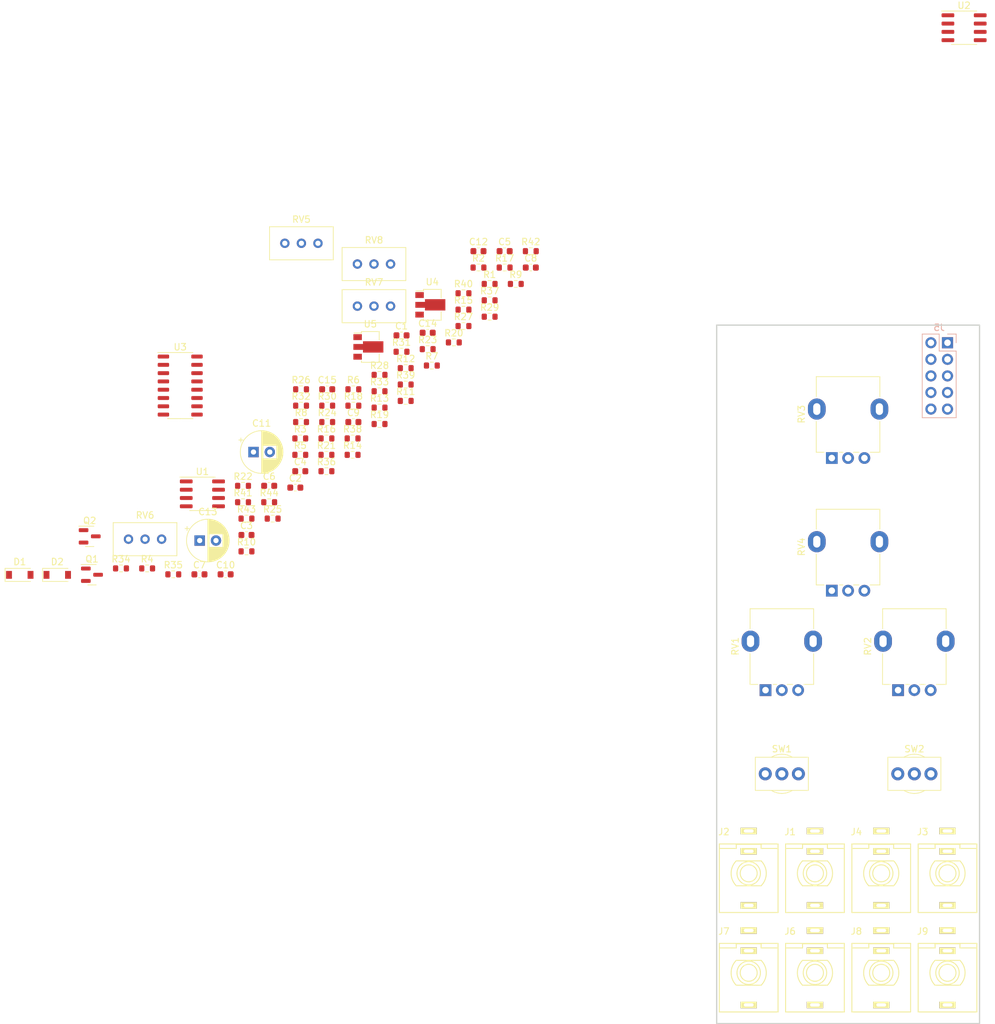
<source format=kicad_pcb>
(kicad_pcb (version 20211014) (generator pcbnew)
  (layers (0 "F.Cu" signal) (31 "B.Cu" signal) (34 "B.Paste" user) (35 "F.Paste" user) (36 "B.SilkS" user "B.Silkscreen") (37 "F.SilkS" user "F.Silkscreen") (38 "B.Mask" user) (39 "F.Mask" user) (44 "Edge.Cuts" user))
  (net 0 "")
  (net 1 "Net-(C1-Pad1)")
  (net 2 "Net-(C1-Pad2)")
  (net 3 "Net-(C2-Pad1)")
  (net 4 "Net-(C2-Pad2)")
  (net 5 "Net-(C3-Pad1)")
  (net 6 "GND")
  (net 7 "Net-(C4-Pad1)")
  (net 8 "Net-(C5-Pad1)")
  (net 9 "+12VA")
  (net 10 "-5VA")
  (net 11 "-12VA")
  (net 12 "+5VA")
  (net 13 "Net-(C14-Pad1)")
  (net 14 "Net-(C14-Pad2)")
  (net 15 "Net-(C15-Pad1)")
  (net 16 "Net-(C15-Pad2)")
  (net 17 "Net-(D1-Pad1)")
  (net 18 "H_SYNC")
  (net 20 "Net-(J1-Pad3)")
  (net 22 "Net-(J2-Pad3)")
  (net 23 "Net-(J3-Pad3)")
  (net 26 "Net-(J6-Pad3)")
  (net 28 "Net-(J7-Pad3)")
  (net 30 "Net-(J8-Pad3)")
  (net 32 "Net-(J9-Pad3)")
  (net 33 "Net-(R1-Pad1)")
  (net 34 "Net-(R2-Pad1)")
  (net 35 "PWM_IN")
  (net 36 "Net-(R7-Pad1)")
  (net 37 "Net-(R8-Pad1)")
  (net 38 "Net-(R10-Pad2)")
  (net 39 "Net-(R10-Pad1)")
  (net 40 "Net-(R12-Pad1)")
  (net 41 "Net-(R13-Pad1)")
  (net 42 "Net-(R15-Pad1)")
  (net 43 "Net-(R15-Pad2)")
  (net 44 "Net-(R16-Pad2)")
  (net 45 "Net-(R18-Pad1)")
  (net 46 "PULSE_OUT")
  (net 47 "Net-(R20-Pad2)")
  (net 48 "Net-(R22-Pad2)")
  (net 49 "Net-(R26-Pad2)")
  (net 50 "SAW_OUT")
  (net 51 "Net-(R27-Pad2)")
  (net 52 "Net-(R28-Pad2)")
  (net 53 "Net-(R40-Pad2)")
  (net 54 "Net-(RV1-Pad2)")
  (net 55 "Net-(RV5-Pad1)")
  (net 56 "S_SYNC")
  (net 57 "TRI_OUT")
  (net 58 "Net-(Q1-Pad1)")
  (net 59 "Net-(Q1-Pad2)")
  (net 60 "Net-(Q1-Pad3)")
  (net 61 "Net-(Q2-Pad1)")
  (net 62 "Net-(Q2-Pad2)")
  (net 63 "Net-(Q2-Pad3)")
  (footprint "Resistor_SMD:R_0603_1608Metric" (layer "F.Cu") (at -71.84 -38.35)
    (fp_text reference "R19" (at 0 -1.43) (layer "F.SilkS"))
    (fp_text value "10M")
    (pad "1" smd roundrect (at -0.825 0) (size 0.8 0.95) (layers "F.Cu" "F.Paste" "F.Mask") (net 46 "PULSE_OUT"))
    (pad "2" smd roundrect (at 0.825 0) (size 0.8 0.95) (layers "F.Cu" "F.Paste" "F.Mask") (net 35 "PWM_IN"))
  )
  (footprint "Resistor_SMD:R_0603_1608Metric" (layer "F.Cu") (at -103.46 -15.32)
    (fp_text reference "R35" (at 0 -1.43) (layer "F.SilkS"))
    (fp_text value "91k")
    (pad "1" smd roundrect (at -0.825 0) (size 0.8 0.95) (layers "F.Cu" "F.Paste" "F.Mask") (net 15 "Net-(C15-Pad1)"))
    (pad "2" smd roundrect (at 0.825 0) (size 0.8 0.95) (layers "F.Cu" "F.Paste" "F.Mask") (net 6 "GND"))
  )
  (footprint "Package_SO:SO-16_3.9x9.9mm_P1.27mm" (layer "F.Cu") (at -102.4 -44.24)
    (fp_text reference "U3" (at 0 -5.9) (layer "F.SilkS"))
    (fp_text value "AS3340")
    (pad "1" smd roundrect (at -2.575 -4.445) (size 1.75 0.6) (layers "F.Cu" "F.Paste" "F.Mask") (net 43 "Net-(R15-Pad2)"))
    (pad "2" smd roundrect (at -2.575 -3.175) (size 1.75 0.6) (layers "F.Cu" "F.Paste" "F.Mask") (net 44 "Net-(R16-Pad2)"))
    (pad "3" smd roundrect (at -2.575 -1.905) (size 1.75 0.6) (layers "F.Cu" "F.Paste" "F.Mask") (net 10 "-5VA"))
    (pad "4" smd roundrect (at -2.575 -0.635) (size 1.75 0.6) (layers "F.Cu" "F.Paste" "F.Mask") (net 46 "PULSE_OUT"))
    (pad "5" smd roundrect (at -2.575 0.635) (size 1.75 0.6) (layers "F.Cu" "F.Paste" "F.Mask") (net 35 "PWM_IN"))
    (pad "6" smd roundrect (at -2.575 1.905) (size 1.75 0.6) (layers "F.Cu" "F.Paste" "F.Mask") (net 18 "H_SYNC"))
    (pad "7" smd roundrect (at -2.575 3.175) (size 1.75 0.6) (layers "F.Cu" "F.Paste" "F.Mask") (net 55 "Net-(RV5-Pad1)"))
    (pad "8" smd roundrect (at -2.575 4.445) (size 1.75 0.6) (layers "F.Cu" "F.Paste" "F.Mask") (net 50 "SAW_OUT"))
    (pad "9" smd roundrect (at 2.575 4.445) (size 1.75 0.6) (layers "F.Cu" "F.Paste" "F.Mask") (net 56 "S_SYNC"))
    (pad "10" smd roundrect (at 2.575 3.175) (size 1.75 0.6) (layers "F.Cu" "F.Paste" "F.Mask") (net 57 "TRI_OUT"))
    (pad "11" smd roundrect (at 2.575 1.905) (size 1.75 0.6) (layers "F.Cu" "F.Paste" "F.Mask") (net 7 "Net-(C4-Pad1)"))
    (pad "12" smd roundrect (at 2.575 0.635) (size 1.75 0.6) (layers "F.Cu" "F.Paste" "F.Mask") (net 6 "GND"))
    (pad "13" smd roundrect (at 2.575 -0.635) (size 1.75 0.6) (layers "F.Cu" "F.Paste" "F.Mask") (net 33 "Net-(R1-Pad1)"))
    (pad "14" smd roundrect (at 2.575 -1.905) (size 1.75 0.6) (layers "F.Cu" "F.Paste" "F.Mask") (net 45 "Net-(R18-Pad1)"))
    (pad "15" smd roundrect (at 2.575 -3.175) (size 1.75 0.6) (layers "F.Cu" "F.Paste" "F.Mask") (net 38 "Net-(R10-Pad2)"))
    (pad "16" smd roundrect (at 2.575 -4.445) (size 1.75 0.6) (layers "F.Cu" "F.Paste" "F.Mask") (net 9 "+12VA"))
  )
  (footprint "Resistor_SMD:R_0603_1608Metric" (layer "F.Cu") (at -67.83 -41.89)
    (fp_text reference "R11" (at 0 -1.43) (layer "F.SilkS"))
    (fp_text value "100k")
    (pad "1" smd roundrect (at -0.825 0) (size 0.8 0.95) (layers "F.Cu" "F.Paste" "F.Mask") (net 22 "Net-(J2-Pad3)"))
    (pad "2" smd roundrect (at 0.825 0) (size 0.8 0.95) (layers "F.Cu" "F.Paste" "F.Mask") (net 38 "Net-(R10-Pad2)"))
  )
  (footprint "Capacitor_SMD:C_0603_1608Metric" (layer "F.Cu") (at -88.76 -28.88)
    (fp_text reference "C6" (at 0 -1.43) (layer "F.SilkS"))
    (fp_text value "100n")
    (pad "1" smd roundrect (at -0.775 0) (size 0.9 0.95) (layers "F.Cu" "F.Paste" "F.Mask") (net 9 "+12VA"))
    (pad "2" smd roundrect (at 0.775 0) (size 0.9 0.95) (layers "F.Cu" "F.Paste" "F.Mask") (net 6 "GND"))
  )
  (footprint "Resistor_SMD:R_0603_1608Metric" (layer "F.Cu") (at -79.98 -36.14)
    (fp_text reference "R16" (at 0 -1.43) (layer "F.SilkS"))
    (fp_text value "5.6k")
    (pad "1" smd roundrect (at -0.825 0) (size 0.8 0.95) (layers "F.Cu" "F.Paste" "F.Mask") (net 10 "-5VA"))
    (pad "2" smd roundrect (at 0.825 0) (size 0.8 0.95) (layers "F.Cu" "F.Paste" "F.Mask") (net 44 "Net-(R16-Pad2)"))
  )
  (footprint "Resistor_SMD:R_0603_1608Metric" (layer "F.Cu") (at -75.97 -36.14)
    (fp_text reference "R38" (at 0 -1.43) (layer "F.SilkS"))
    (fp_text value "100k")
    (pad "1" smd roundrect (at -0.825 0) (size 0.8 0.95) (layers "F.Cu" "F.Paste" "F.Mask") (net 14 "Net-(C14-Pad2)"))
    (pad "2" smd roundrect (at 0.825 0) (size 0.8 0.95) (layers "F.Cu" "F.Paste" "F.Mask") (net 13 "Net-(C14-Pad1)"))
  )
  (footprint "Resistor_SMD:R_0603_1608Metric" (layer "F.Cu") (at -60.45 -50.85)
    (fp_text reference "R20" (at 0 -1.43) (layer "F.SilkS"))
    (fp_text value "240k")
    (pad "1" smd roundrect (at -0.825 0) (size 0.8 0.95) (layers "F.Cu" "F.Paste" "F.Mask") (net 9 "+12VA"))
    (pad "2" smd roundrect (at 0.825 0) (size 0.8 0.95) (layers "F.Cu" "F.Paste" "F.Mask") (net 47 "Net-(R20-Pad2)"))
  )
  (footprint "William:thonkiconn" (layer "F.Cu") (at 5.08 45.72 180)
    (fp_text reference "J8" (at 3.81 6.35) (layer "F.SilkS"))
    (fp_text value "SAW_OUT" hide)
    (pad "1" thru_hole rect (at 0 6.48 180) (size 2.5 1) (drill oval 1.5 0.5) (layers *.Cu *.Mask "F.SilkS") (net 6 "GND"))
    (pad "2" thru_hole rect (at 0 3.38 180) (size 2.5 1) (drill oval 1.5 0.5) (layers *.Cu *.Mask "F.SilkS"))
    (pad "3" thru_hole rect (at 0 -4.92 180) (size 2.5 1) (drill oval 1.5 0.5) (layers *.Cu *.Mask "F.SilkS") (net 30 "Net-(J8-Pad3)"))
  )
  (footprint "Resistor_SMD:R_0603_1608Metric" (layer "F.Cu") (at -75.85 -43.67)
    (fp_text reference "R6" (at 0 -1.43) (layer "F.SilkS"))
    (fp_text value "200k")
    (pad "1" smd roundrect (at -0.825 0) (size 0.8 0.95) (layers "F.Cu" "F.Paste" "F.Mask") (net 35 "PWM_IN"))
    (pad "2" smd roundrect (at 0.825 0) (size 0.8 0.95) (layers "F.Cu" "F.Paste" "F.Mask") (net 6 "GND"))
  )
  (footprint "Package_TO_SOT_SMD:SOT-23" (layer "F.Cu") (at -116.28 -21.14)
    (fp_text reference "Q2" (at 0 -2.4) (layer "F.SilkS"))
    (fp_text value "MMBT3904")
    (pad "1" smd roundrect (at -0.9375 -0.95) (size 1.475 0.6) (layers "F.Cu" "F.Paste" "F.Mask") (net 61 "Net-(Q2-Pad1)"))
    (pad "2" smd roundrect (at -0.9375 0.95) (size 1.475 0.6) (layers "F.Cu" "F.Paste" "F.Mask") (net 62 "Net-(Q2-Pad2)"))
    (pad "3" smd roundrect (at 0.9375 0) (size 1.475 0.6) (layers "F.Cu" "F.Paste" "F.Mask") (net 63 "Net-(Q2-Pad3)"))
  )
  (footprint "Resistor_SMD:R_0603_1608Metric" (layer "F.Cu") (at -79.98 -31.12)
    (fp_text reference "R36" (at 0 -1.43) (layer "F.SilkS"))
    (fp_text value "470")
    (pad "1" smd roundrect (at -0.825 0) (size 0.8 0.95) (layers "F.Cu" "F.Paste" "F.Mask") (net 6 "GND"))
    (pad "2" smd roundrect (at 0.825 0) (size 0.8 0.95) (layers "F.Cu" "F.Paste" "F.Mask") (net 61 "Net-(Q2-Pad1)"))
  )
  (footprint "Package_TO_SOT_SMD:SOT-89-3" (layer "F.Cu") (at -64.05 -56.61)
    (fp_text reference "U4" (at 0.3 -3.5) (layer "F.SilkS"))
    (fp_text value "L78L05_SOT89")
    (pad "1" smd rect (at -1.65 -1.5) (size 1.3 0.9) (layers "F.Cu" "F.Paste" "F.Mask") (net 12 "+5VA"))
    (pad "2" smd custom (at -1.5625 0) (size 1.475 0.9) (layers "F.Cu" "F.Paste" "F.Mask") (net 6 "GND") (options (clearance outline) (anchor rect)) (primitives (gr_poly (pts (xy 3.8625 0.8665) (xy 0.7375 0.8665) (xy 0.7375 -0.8665) (xy 3.8625 -0.8665)) (width 0) (fill yes))))
    (pad "3" smd rect (at -1.65 1.5) (size 1.3 0.9) (layers "F.Cu" "F.Paste" "F.Mask") (net 9 "+12VA"))
  )
  (footprint "Resistor_SMD:R_0603_1608Metric" (layer "F.Cu") (at -54.96 -57.3)
    (fp_text reference "R37" (at 0 -1.43) (layer "F.SilkS"))
    (fp_text value "33k")
    (pad "1" smd roundrect (at -0.825 0) (size 0.8 0.95) (layers "F.Cu" "F.Paste" "F.Mask") (net 6 "GND"))
    (pad "2" smd roundrect (at 0.825 0) (size 0.8 0.95) (layers "F.Cu" "F.Paste" "F.Mask") (net 63 "Net-(Q2-Pad3)"))
  )
  (footprint "Resistor_SMD:R_0603_1608Metric" (layer "F.Cu") (at -63.82 -47.31)
    (fp_text reference "R7" (at 0 -1.43) (layer "F.SilkS"))
    (fp_text value "5.6k")
    (pad "1" smd roundrect (at -0.825 0) (size 0.8 0.95) (layers "F.Cu" "F.Paste" "F.Mask") (net 36 "Net-(R7-Pad1)"))
    (pad "2" smd roundrect (at 0.825 0) (size 0.8 0.95) (layers "F.Cu" "F.Paste" "F.Mask") (net 17 "Net-(D1-Pad1)"))
  )
  (footprint "Resistor_SMD:R_0603_1608Metric" (layer "F.Cu") (at -75.85 -41.16)
    (fp_text reference "R18" (at 0 -1.43) (layer "F.SilkS"))
    (fp_text value "1.8k")
    (pad "1" smd roundrect (at -0.825 0) (size 0.8 0.95) (layers "F.Cu" "F.Paste" "F.Mask") (net 45 "Net-(R18-Pad1)"))
    (pad "2" smd roundrect (at 0.825 0) (size 0.8 0.95) (layers "F.Cu" "F.Paste" "F.Mask") (net 6 "GND"))
  )
  (footprint "Resistor_SMD:R_0603_1608Metric" (layer "F.Cu") (at -83.99 -36.14)
    (fp_text reference "R3" (at 0 -1.43) (layer "F.SilkS"))
    (fp_text value "1.5M")
    (pad "1" smd roundrect (at -0.825 0) (size 0.8 0.95) (layers "F.Cu" "F.Paste" "F.Mask") (net 9 "+12VA"))
    (pad "2" smd roundrect (at 0.825 0) (size 0.8 0.95) (layers "F.Cu" "F.Paste" "F.Mask") (net 33 "Net-(R1-Pad1)"))
  )
  (footprint "Resistor_SMD:R_0603_1608Metric" (layer "F.Cu") (at -83.87 -41.16)
    (fp_text reference "R32" (at 0 -1.43) (layer "F.SilkS"))
    (fp_text value "240k")
    (pad "1" smd roundrect (at -0.825 0) (size 0.8 0.95) (layers "F.Cu" "F.Paste" "F.Mask") (net 9 "+12VA"))
    (pad "2" smd roundrect (at 0.825 0) (size 0.8 0.95) (layers "F.Cu" "F.Paste" "F.Mask") (net 13 "Net-(C14-Pad1)"))
  )
  (footprint "Capacitor_SMD:C_0603_1608Metric" (layer "F.Cu") (at -56.67 -64.83)
    (fp_text reference "C12" (at 0 -1.43) (layer "F.SilkS"))
    (fp_text value "1u")
    (pad "1" smd roundrect (at -0.775 0) (size 0.9 0.95) (layers "F.Cu" "F.Paste" "F.Mask") (net 6 "GND"))
    (pad "2" smd roundrect (at 0.775 0) (size 0.9 0.95) (layers "F.Cu" "F.Paste" "F.Mask") (net 10 "-5VA"))
  )
  (footprint "Resistor_SMD:R_0603_1608Metric" (layer "F.Cu") (at -58.97 -55.87)
    (fp_text reference "R15" (at 0 -1.43) (layer "F.SilkS"))
    (fp_text value "24k")
    (pad "1" smd roundrect (at -0.825 0) (size 0.8 0.95) (layers "F.Cu" "F.Paste" "F.Mask") (net 42 "Net-(R15-Pad1)"))
    (pad "2" smd roundrect (at 0.825 0) (size 0.8 0.95) (layers "F.Cu" "F.Paste" "F.Mask") (net 43 "Net-(R15-Pad2)"))
  )
  (footprint "William:thonkiconn" (layer "F.Cu") (at -15.24 30.48 180)
    (fp_text reference "J2" (at 3.81 6.35) (layer "F.SilkS"))
    (fp_text value "V_OCT" hide)
    (pad "1" thru_hole rect (at 0 6.48 180) (size 2.5 1) (drill oval 1.5 0.5) (layers *.Cu *.Mask "F.SilkS") (net 6 "GND"))
    (pad "2" thru_hole rect (at 0 3.38 180) (size 2.5 1) (drill oval 1.5 0.5) (layers *.Cu *.Mask "F.SilkS"))
    (pad "3" thru_hole rect (at 0 -4.92 180) (size 2.5 1) (drill oval 1.5 0.5) (layers *.Cu *.Mask "F.SilkS") (net 22 "Net-(J2-Pad3)"))
  )
  (footprint "Capacitor_SMD:C_0603_1608Metric" (layer "F.Cu") (at -64.46 -52.33)
    (fp_text reference "C14" (at 0 -1.43) (layer "F.SilkS"))
    (fp_text value "10p")
    (pad "1" smd roundrect (at -0.775 0) (size 0.9 0.95) (layers "F.Cu" "F.Paste" "F.Mask") (net 13 "Net-(C14-Pad1)"))
    (pad "2" smd roundrect (at 0.775 0) (size 0.9 0.95) (layers "F.Cu" "F.Paste" "F.Mask") (net 14 "Net-(C14-Pad2)"))
  )
  (footprint "Resistor_SMD:R_0603_1608Metric" (layer "F.Cu") (at -68.47 -49.42)
    (fp_text reference "R31" (at 0 -1.43) (layer "F.SilkS"))
    (fp_text value "10k")
    (pad "1" smd roundrect (at -0.825 0) (size 0.8 0.95) (layers "F.Cu" "F.Paste" "F.Mask") (net 9 "+12VA"))
    (pad "2" smd roundrect (at 0.825 0) (size 0.8 0.95) (layers "F.Cu" "F.Paste" "F.Mask") (net 63 "Net-(Q2-Pad3)"))
  )
  (footprint "Package_TO_SOT_SMD:SOT-89-3" (layer "F.Cu") (at -73.55 -50.16)
    (fp_text reference "U5" (at 0.3 -3.5) (layer "F.SilkS"))
    (fp_text value "L79L05_SOT89")
    (pad "1" smd rect (at -1.65 -1.5) (size 1.3 0.9) (layers "F.Cu" "F.Paste" "F.Mask") (net 6 "GND"))
    (pad "2" smd custom (at -1.5625 0) (size 1.475 0.9) (layers "F.Cu" "F.Paste" "F.Mask") (net 11 "-12VA") (options (clearance outline) (anchor rect)) (primitives (gr_poly (pts (xy 3.8625 0.8665) (xy 0.7375 0.8665) (xy 0.7375 -0.8665) (xy 3.8625 -0.8665)) (width 0) (fill yes))))
    (pad "3" smd rect (at -1.65 1.5) (size 1.3 0.9) (layers "F.Cu" "F.Paste" "F.Mask") (net 10 "-5VA"))
  )
  (footprint "Resistor_SMD:R_0603_1608Metric" (layer "F.Cu") (at -48.65 -64.83)
    (fp_text reference "R42" (at 0 -1.43) (layer "F.SilkS"))
    (fp_text value "1k")
    (pad "1" smd roundrect (at -0.825 0) (size 0.8 0.95) (layers "F.Cu" "F.Paste" "F.Mask") (net 53 "Net-(R40-Pad2)"))
    (pad "2" smd roundrect (at 0.825 0) (size 0.8 0.95) (layers "F.Cu" "F.Paste" "F.Mask") (net 28 "Net-(J7-Pad3)"))
  )
  (footprint "Resistor_SMD:R_0603_1608Metric" (layer "F.Cu") (at -83.87 -38.65)
    (fp_text reference "R8" (at 0 -1.43) (layer "F.SilkS"))
    (fp_text value "470k")
    (pad "1" smd roundrect (at -0.825 0) (size 0.8 0.95) (layers "F.Cu" "F.Paste" "F.Mask") (net 37 "Net-(R8-Pad1)"))
    (pad "2" smd roundrect (at 0.825 0) (size 0.8 0.95) (layers "F.Cu" "F.Paste" "F.Mask") (net 38 "Net-(R10-Pad2)"))
  )
  (footprint "Package_SO:SOIC-8_3.9x4.9mm_P1.27mm" (layer "F.Cu") (at 17.78 -99.06)
    (fp_text reference "U2" (at 0 -3.4) (layer "F.SilkS"))
    (fp_text value "TL072")
    (pad "1" smd roundrect (at -2.475 -1.905) (size 1.95 0.6) (layers "F.Cu" "F.Paste" "F.Mask") (net 14 "Net-(C14-Pad2)"))
    (pad "2" smd roundrect (at -2.475 -0.635) (size 1.95 0.6) (layers "F.Cu" "F.Paste" "F.Mask") (net 13 "Net-(C14-Pad1)"))
    (pad "3" smd roundrect (at -2.475 0.635) (size 1.95 0.6) (layers "F.Cu" "F.Paste" "F.Mask") (net 51 "Net-(R27-Pad2)"))
    (pad "4" smd roundrect (at -2.475 1.905) (size 1.95 0.6) (layers "F.Cu" "F.Paste" "F.Mask") (net 11 "-12VA"))
    (pad "5" smd roundrect (at 2.475 1.905) (size 1.95 0.6) (layers "F.Cu" "F.Paste" "F.Mask") (net 52 "Net-(R28-Pad2)"))
    (pad "6" smd roundrect (at 2.475 0.635) (size 1.95 0.6) (layers "F.Cu" "F.Paste" "F.Mask") (net 15 "Net-(C15-Pad1)"))
    (pad "7" smd roundrect (at 2.475 -0.635) (size 1.95 0.6) (layers "F.Cu" "F.Paste" "F.Mask") (net 16 "Net-(C15-Pad2)"))
    (pad "8" smd roundrect (at 2.475 -1.905) (size 1.95 0.6) (layers "F.Cu" "F.Paste" "F.Mask") (net 9 "+12VA"))
  )
  (footprint "William:thonkiconn" (layer "F.Cu") (at 15.24 45.72 180)
    (fp_text reference "J9" (at 3.81 6.35) (layer "F.SilkS"))
    (fp_text value "PULSE_OUT" hide)
    (pad "1" thru_hole rect (at 0 6.48 180) (size 2.5 1) (drill oval 1.5 0.5) (layers *.Cu *.Mask "F.SilkS") (net 6 "GND"))
    (pad "2" thru_hole rect (at 0 3.38 180) (size 2.5 1) (drill oval 1.5 0.5) (layers *.Cu *.Mask "F.SilkS"))
    (pad "3" thru_hole rect (at 0 -4.92 180) (size 2.5 1) (drill oval 1.5 0.5) (layers *.Cu *.Mask "F.SilkS") (net 32 "Net-(J9-Pad3)"))
  )
  (footprint "William:thonkiconn" (layer "F.Cu") (at 15.24 30.48 180)
    (fp_text reference "J3" (at 3.81 6.35) (layer "F.SilkS"))
    (fp_text value "PWM" hide)
    (pad "1" thru_hole rect (at 0 6.48 180) (size 2.5 1) (drill oval 1.5 0.5) (layers *.Cu *.Mask "F.SilkS") (net 6 "GND"))
    (pad "2" thru_hole rect (at 0 3.38 180) (size 2.5 1) (drill oval 1.5 0.5) (layers *.Cu *.Mask "F.SilkS") (net 12 "+5VA"))
    (pad "3" thru_hole rect (at 0 -4.92 180) (size 2.5 1) (drill oval 1.5 0.5) (layers *.Cu *.Mask "F.SilkS") (net 23 "Net-(J3-Pad3)"))
  )
  (footprint "William:alpha_rd901f" (layer "F.Cu") (at 0 -20.32 90)
    (fp_text reference "RV4" (at -0.79 -7.14 90) (layer "F.SilkS"))
    (fp_text value "100k")
    (pad "" thru_hole oval (at 0 -4.8 180) (size 2.72 3.24) (drill oval 1.1 1.8) (layers *.Cu *.Mask))
    (pad "" thru_hole oval (at 0 4.8 180) (size 2.72 3.24) (drill oval 1.1 1.8) (layers *.Cu *.Mask))
    (pad "1" thru_hole rect (at -7.5 -2.5 180) (size 1.8 1.8) (drill 1) (layers *.Cu *.Mask) (net 12 "+5VA"))
    (pad "2" thru_hole circle (at -7.5 0 180) (size 1.8 1.8) (drill 1) (layers *.Cu *.Mask) (net 41 "Net-(R13-Pad1)"))
    (pad "3" thru_hole circle (at -7.5 2.5 180) (size 1.8 1.8) (drill 1) (layers *.Cu *.Mask) (net 6 "GND"))
  )
  (footprint "Resistor_SMD:R_0603_1608Metric" (layer "F.Cu") (at -79.98 -33.63)
    (fp_text reference "R21" (at 0 -1.43) (layer "F.SilkS"))
    (fp_text value "91k")
    (pad "1" smd roundrect (at -0.825 0) (size 0.8 0.95) (layers "F.Cu" "F.Paste" "F.Mask") (net 47 "Net-(R20-Pad2)"))
    (pad "2" smd roundrect (at 0.825 0) (size 0.8 0.95) (layers "F.Cu" "F.Paste" "F.Mask") (net 6 "GND"))
  )
  (footprint "Resistor_SMD:R_0603_1608Metric" (layer "F.Cu") (at -92.77 -28.88)
    (fp_text reference "R22" (at 0 -1.43) (layer "F.SilkS"))
    (fp_text value "100k")
    (pad "1" smd roundrect (at -0.825 0) (size 0.8 0.95) (layers "F.Cu" "F.Paste" "F.Mask") (net 6 "GND"))
    (pad "2" smd roundrect (at 0.825 0) (size 0.8 0.95) (layers "F.Cu" "F.Paste" "F.Mask") (net 48 "Net-(R22-Pad2)"))
  )
  (footprint "Resistor_SMD:R_0603_1608Metric" (layer "F.Cu") (at -88.23 -23.86)
    (fp_text reference "R25" (at 0 -1.43) (layer "F.SilkS"))
    (fp_text value "220")
    (pad "1" smd roundrect (at -0.825 0) (size 0.8 0.95) (layers "F.Cu" "F.Paste" "F.Mask") (net 59 "Net-(Q1-Pad2)"))
    (pad "2" smd roundrect (at 0.825 0) (size 0.8 0.95) (layers "F.Cu" "F.Paste" "F.Mask") (net 62 "Net-(Q2-Pad2)"))
  )
  (footprint "Resistor_SMD:R_0603_1608Metric" (layer "F.Cu") (at -92.77 -26.37)
    (fp_text reference "R41" (at 0 -1.43) (layer "F.SilkS"))
    (fp_text value "1k")
    (pad "1" smd roundrect (at -0.825 0) (size 0.8 0.95) (layers "F.Cu" "F.Paste" "F.Mask") (net 48 "Net-(R22-Pad2)"))
    (pad "2" smd roundrect (at 0.825 0) (size 0.8 0.95) (layers "F.Cu" "F.Paste" "F.Mask") (net 26 "Net-(J6-Pad3)"))
  )
  (footprint "Capacitor_SMD:C_0603_1608Metric" (layer "F.Cu") (at -79.86 -43.67)
    (fp_text reference "C15" (at 0 -1.43) (layer "F.SilkS"))
    (fp_text value "10p")
    (pad "1" smd roundrect (at -0.775 0) (size 0.9 0.95) (layers "F.Cu" "F.Paste" "F.Mask") (net 15 "Net-(C15-Pad1)"))
    (pad "2" smd roundrect (at 0.775 0) (size 0.9 0.95) (layers "F.Cu" "F.Paste" "F.Mask") (net 16 "Net-(C15-Pad2)"))
  )
  (footprint "Capacitor_SMD:C_0603_1608Metric" (layer "F.Cu") (at -83.99 -31.12)
    (fp_text reference "C4" (at 0 -1.43) (layer "F.SilkS"))
    (fp_text value "1n")
    (pad "1" smd roundrect (at -0.775 0) (size 0.9 0.95) (layers "F.Cu" "F.Paste" "F.Mask") (net 7 "Net-(C4-Pad1)"))
    (pad "2" smd roundrect (at 0.775 0) (size 0.9 0.95) (layers "F.Cu" "F.Paste" "F.Mask") (net 6 "GND"))
  )
  (footprint "William:thonkiconn" (layer "F.Cu") (at 5.08 30.48 180)
    (fp_text reference "J4" (at 3.81 6.35) (layer "F.SilkS"))
    (fp_text value "SYNC" hide)
    (pad "1" thru_hole rect (at 0 6.48 180) (size 2.5 1) (drill oval 1.5 0.5) (layers *.Cu *.Mask "F.SilkS") (net 6 "GND"))
    (pad "2" thru_hole rect (at 0 3.38 180) (size 2.5 1) (drill oval 1.5 0.5) (layers *.Cu *.Mask "F.SilkS"))
    (pad "3" thru_hole rect (at 0 -4.92 180) (size 2.5 1) (drill oval 1.5 0.5) (layers *.Cu *.Mask "F.SilkS") (net 1 "Net-(C1-Pad1)"))
  )
  (footprint "William:thonkiconn" (layer "F.Cu") (at -5.08 30.48 180)
    (fp_text reference "J1" (at 3.81 6.35) (layer "F.SilkS"))
    (fp_text value "FM" hide)
    (pad "1" thru_hole rect (at 0 6.48 180) (size 2.5 1) (drill oval 1.5 0.5) (layers *.Cu *.Mask "F.SilkS") (net 6 "GND"))
    (pad "2" thru_hole rect (at 0 3.38 180) (size 2.5 1) (drill oval 1.5 0.5) (layers *.Cu *.Mask "F.SilkS"))
    (pad "3" thru_hole rect (at 0 -4.92 180) (size 2.5 1) (drill oval 1.5 0.5) (layers *.Cu *.Mask "F.SilkS") (net 20 "Net-(J1-Pad3)"))
  )
  (footprint "Resistor_SMD:R_0603_1608Metric" (layer "F.Cu") (at -79.86 -38.65)
    (fp_text reference "R24" (at 0 -1.43) (layer "F.SilkS"))
    (fp_text value "10k")
    (pad "1" smd roundrect (at -0.825 0) (size 0.8 0.95) (layers "F.Cu" "F.Paste" "F.Mask") (net 9 "+12VA"))
    (pad "2" smd roundrect (at 0.825 0) (size 0.8 0.95) (layers "F.Cu" "F.Paste" "F.Mask") (net 60 "Net-(Q1-Pad3)"))
  )
  (footprint "Resistor_SMD:R_0603_1608Metric" (layer "F.Cu") (at -67.83 -44.4)
    (fp_text reference "R39" (at 0 -1.43) (layer "F.SilkS"))
    (fp_text value "100k")
    (pad "1" smd roundrect (at -0.825 0) (size 0.8 0.95) (layers "F.Cu" "F.Paste" "F.Mask") (net 16 "Net-(C15-Pad2)"))
    (pad "2" smd roundrect (at 0.825 0) (size 0.8 0.95) (layers "F.Cu" "F.Paste" "F.Mask") (net 15 "Net-(C15-Pad1)"))
  )
  (footprint "Potentiometer_THT:Potentiometer_Bourns_3296W_Vertical" (layer "F.Cu") (at -105.25 -20.71)
    (fp_text reference "RV6" (at -2.54 -3.66) (layer "F.SilkS"))
    (fp_text value "10k")
    (pad "1" thru_hole circle (at 0 0) (size 1.44 1.44) (drill 0.8) (layers *.Cu *.Mask) (net 42 "Net-(R15-Pad1)"))
    (pad "2" thru_hole circle (at -2.54 0) (size 1.44 1.44) (drill 0.8) (layers *.Cu *.Mask) (net 10 "-5VA"))
    (pad "3" thru_hole circle (at -5.08 0) (size 1.44 1.44) (drill 0.8) (layers *.Cu *.Mask) (net 10 "-5VA"))
  )
  (footprint "William:sw_dailywell_2M_M2" (layer "F.Cu") (at 10.16 15.24)
    (fp_text reference "SW2" (at 0 -3.81 unlocked) (layer "F.SilkS"))
    (fp_text value "SW_SPDT")
    (pad "1" thru_hole circle (at -2.54 0) (size 2 2) (drill 1.09) (layers *.Cu *.Mask) (net 36 "Net-(R7-Pad1)"))
    (pad "2" thru_hole circle (at 0 0) (size 2 2) (drill 1.09) (layers *.Cu *.Mask) (net 2 "Net-(C1-Pad2)"))
    (pad "3" thru_hole circle (at 2.54 0) (size 2 2) (drill 1.09) (layers *.Cu *.Mask) (net 56 "S_SYNC"))
  )
  (footprint "Package_TO_SOT_SMD:SOT-23" (layer "F.Cu") (at -115.93 -15.26)
    (fp_text reference "Q1" (at 0 -2.4) (layer "F.SilkS"))
    (fp_text value "MMBT3904")
    (pad "1" smd roundrect (at -0.9375 -0.95) (size 1.475 0.6) (layers "F.Cu" "F.Paste" "F.Mask") (net 58 "Net-(Q1-Pad1)"))
    (pad "2" smd roundrect (at -0.9375 0.95) (size 1.475 0.6) (layers "F.Cu" "F.Paste" "F.Mask") (net 59 "Net-(Q1-Pad2)"))
    (pad "3" smd roundrect (at 0.9375 0) (size 1.475 0.6) (layers "F.Cu" "F.Paste" "F.Mask") (net 60 "Net-(Q1-Pad3)"))
  )
  (footprint "Resistor_SMD:R_0603_1608Metric" (layer "F.Cu") (at -56.67 -62.32)
    (fp_text reference "R2" (at 0 -1.43) (layer "F.SilkS"))
    (fp_text value "100k")
    (pad "1" smd roundrect (at -0.825 0) (size 0.8 0.95) (layers "F.Cu" "F.Paste" "F.Mask") (net 34 "Net-(R2-Pad1)"))
    (pad "2" smd roundrect (at 0.825 0) (size 0.8 0.95) (layers "F.Cu" "F.Paste" "F.Mask") (net 35 "PWM_IN"))
  )
  (footprint "Potentiometer_THT:Potentiometer_Bourns_3296W_Vertical" (layer "F.Cu") (at -70.15 -62.86)
    (fp_text reference "RV8" (at -2.54 -3.66) (layer "F.SilkS"))
    (fp_text value "50k")
    (pad "1" thru_hole circle (at 0 0) (size 1.44 1.44) (drill 0.8) (layers *.Cu *.Mask) (net 62 "Net-(Q2-Pad2)"))
    (pad "2" thru_hole circle (at -2.54 0) (size 1.44 1.44) (drill 0.8) (layers *.Cu *.Mask) (net 49 "Net-(R26-Pad2)"))
    (pad "3" thru_hole circle (at -5.08 0) (size 1.44 1.44) (drill 0.8) (layers *.Cu *.Mask) (net 59 "Net-(Q1-Pad2)"))
  )
  (footprint "Resistor_SMD:R_0603_1608Metric" (layer "F.Cu") (at -54.96 -59.81)
    (fp_text reference "R1" (at 0 -1.43) (layer "F.SilkS"))
    (fp_text value "1M")
    (pad "1" smd roundrect (at -0.825 0) (size 0.8 0.95) (layers "F.Cu" "F.Paste" "F.Mask") (net 33 "Net-(R1-Pad1)"))
    (pad "2" smd roundrect (at 0.825 0) (size 0.8 0.95) (layers "F.Cu" "F.Paste" "F.Mask") (net 3 "Net-(C2-Pad1)"))
  )
  (footprint "Capacitor_SMD:C_0603_1608Metric" (layer "F.Cu") (at -84.75 -28.61)
    (fp_text reference "C2" (at 0 -1.43) (layer "F.SilkS"))
    (fp_text value "10n")
    (pad "1" smd roundrect (at -0.775 0) (size 0.9 0.95) (layers "F.Cu" "F.Paste" "F.Mask") (net 3 "Net-(C2-Pad1)"))
    (pad "2" smd roundrect (at 0.775 0) (size 0.9 0.95) (layers "F.Cu" "F.Paste" "F.Mask") (net 4 "Net-(C2-Pad2)"))
  )
  (footprint "Resistor_SMD:R_0603_1608Metric" (layer "F.Cu") (at -52.66 -62.32)
    (fp_text reference "R17" (at 0 -1.43) (layer "F.SilkS"))
    (fp_text value "470")
    (pad "1" smd roundrect (at -0.825 0) (size 0.8 0.95) (layers "F.Cu" "F.Paste" "F.Mask") (net 38 "Net-(R10-Pad2)"))
    (pad "2" smd roundrect (at 0.825 0) (size 0.8 0.95) (layers "F.Cu" "F.Paste" "F.Mask") (net 8 "Net-(C5-Pad1)"))
  )
  (footprint "William:alpha_rd901f" (layer "F.Cu") (at 0 -40.64 90)
    (fp_text reference "RV3" (at -0.79 -7.14 90) (layer "F.SilkS"))
    (fp_text value "10k")
    (pad "" thru_hole oval (at 0 -4.8 180) (size 2.72 3.24) (drill oval 1.1 1.8) (layers *.Cu *.Mask))
    (pad "" thru_hole oval (at 0 4.8 180) (size 2.72 3.24) (drill oval 1.1 1.8) (layers *.Cu *.Mask))
    (pad "1" thru_hole rect (at -7.5 -2.5 180) (size 1.8 1.8) (drill 1) (layers *.Cu *.Mask) (net 12 "+5VA"))
    (pad "2" thru_hole circle (at -7.5 0 180) (size 1.8 1.8) (drill 1) (layers *.Cu *.Mask) (net 40 "Net-(R12-Pad1)"))
    (pad "3" thru_hole circle (at -7.5 2.5 180) (size 1.8 1.8) (drill 1) (layers *.Cu *.Mask) (net 6 "GND"))
  )
  (footprint "Resistor_SMD:R_0603_1608Metric" (layer "F.Cu") (at -75.97 -33.63)
    (fp_text reference "R14" (at 0 -1.43) (layer "F.SilkS"))
    (fp_text value "10k")
    (pad "1" smd roundrect (at -0.825 0) (size 0.8 0.95) (layers "F.Cu" "F.Paste" "F.Mask") (net 17 "Net-(D1-Pad1)"))
    (pad "2" smd roundrect (at 0.825 0) (size 0.8 0.95) (layers "F.Cu" "F.Paste" "F.Mask") (net 6 "GND"))
  )
  (footprint "William:sw_dailywell_2M_M2" (layer "F.Cu") (at -10.16 15.24)
    (fp_text reference "SW1" (at 0 -3.81 unlocked) (layer "F.SilkS"))
    (fp_text value "SW_SPDT")
    (pad "1" thru_hole circle (at -2.54 0) (size 2 2) (drill 1.09) (layers *.Cu *.Mask) (net 4 "Net-(C2-Pad2)"))
    (pad "2" thru_hole circle (at 0 0) (size 2 2) (drill 1.09) (layers *.Cu *.Mask) (net 54 "Net-(RV1-Pad2)"))
    (pad "3" thru_hole circle (at 2.54 0) (size 2 2) (drill 1.09) (layers *.Cu *.Mask) (net 39 "Net-(R10-Pad1)"))
  )
  (footprint "Capacitor_THT:CP_Radial_D6.3mm_P2.50mm" (layer "F.Cu") (at -91.164759 -34.06)
    (fp_text reference "C11" (at 1.25 -4.4) (layer "F.SilkS"))
    (fp_text value "10u")
    (pad "1" thru_hole rect (at 0 0) (size 1.6 1.6) (drill 0.8) (layers *.Cu *.Mask) (net 9 "+12VA"))
    (pad "2" thru_hole circle (at 2.5 0) (size 1.6 1.6) (drill 0.8) (layers *.Cu *.Mask) (net 6 "GND"))
  )
  (footprint "Resistor_SMD:R_0603_1608Metric" (layer "F.Cu") (at -92.24 -18.84)
    (fp_text reference "R10" (at 0 -1.43) (layer "F.SilkS"))
    (fp_text value "100k")
    (pad "1" smd roundrect (at -0.825 0) (size 0.8 0.95) (layers "F.Cu" "F.Paste" "F.Mask") (net 39 "Net-(R10-Pad1)"))
    (pad "2" smd roundrect (at 0.825 0) (size 0.8 0.95) (layers "F.Cu" "F.Paste" "F.Mask") (net 38 "Net-(R10-Pad2)"))
  )
  (footprint "Resistor_SMD:R_0603_1608Metric" (layer "F.Cu") (at -71.84 -40.86)
    (fp_text reference "R13" (at 0 -1.43) (layer "F.SilkS"))
    (fp_text value "1.5M")
    (pad "1" smd roundrect (at -0.825 0) (size 0.8 0.95) (layers "F.Cu" "F.Paste" "F.Mask") (net 41 "Net-(R13-Pad1)"))
    (pad "2" smd roundrect (at 0.825 0) (size 0.8 0.95) (layers "F.Cu" "F.Paste" "F.Mask") (net 38 "Net-(R10-Pad2)"))
  )
  (footprint "Resistor_SMD:R_0603_1608Metric" (layer "F.Cu") (at -54.96 -54.79)
    (fp_text reference "R29" (at 0 -1.43) (layer "F.SilkS"))
    (fp_text value "100k")
    (pad "1" smd roundrect (at -0.825 0) (size 0.8 0.95) (layers "F.Cu" "F.Paste" "F.Mask") (net 6 "GND"))
    (pad "2" smd roundrect (at 0.825 0) (size 0.8 0.95) (layers "F.Cu" "F.Paste" "F.Mask") (net 51 "Net-(R27-Pad2)"))
  )
  (footprint "Resistor_SMD:R_0603_1608Metric" (layer "F.Cu") (at -67.83 -46.91)
    (fp_text reference "R12" (at 0 -1.43) (layer "F.SilkS"))
    (fp_text value "47k")
    (pad "1" smd roundrect (at -0.825 0) (size 0.8 0.95) (layers "F.Cu" "F.Paste" "F.Mask") (net 40 "Net-(R12-Pad1)"))
    (pad "2" smd roundrect (at 0.825 0) (size 0.8 0.95) (layers "F.Cu" "F.Paste" "F.Mask") (net 38 "Net-(R10-Pad2)"))
  )
  (footprint "Diode_SMD:D_SOD-123" (layer "F.Cu") (at -127 -15.24)
    (fp_text reference "D1" (at 0 -2) (layer "F.SilkS"))
    (fp_text value "1N4148")
    (pad "1" smd rect (at -1.65 0) (size 0.9 1.2) (layers "F.Cu" "F.Paste" "F.Mask") (net 17 "Net-(D1-Pad1)"))
    (pad "2" smd rect (at 1.65 0) (size 0.9 1.2) (layers "F.Cu" "F.Paste" "F.Mask") (net 18 "H_SYNC"))
  )
  (footprint "Resistor_SMD:R_0603_1608Metric" (layer "F.Cu") (at -58.97 -53.36)
    (fp_text reference "R27" (at 0 -1.43) (layer "F.SilkS"))
    (fp_text value "100k")
    (pad "1" smd roundrect (at -0.825 0) (size 0.8 0.95) (layers "F.Cu" "F.Paste" "F.Mask") (net 50 "SAW_OUT"))
    (pad "2" smd roundrect (at 0.825 0) (size 0.8 0.95) (layers "F.Cu" "F.Paste" "F.Mask") (net 51 "Net-(R27-Pad2)"))
  )
  (footprint "Capacitor_SMD:C_0603_1608Metric" (layer "F.Cu") (at -75.85 -38.65)
    (fp_text reference "C9" (at 0 -1.43) (layer "F.SilkS"))
    (fp_text value "100n")
    (pad "1" smd roundrect (at -0.775 0) (size 0.9 0.95) (layers "F.Cu" "F.Paste" "F.Mask") (net 9 "+12VA"))
    (pad "2" smd roundrect (at 0.775 0) (size 0.9 0.95) (layers "F.Cu" "F.Paste" "F.Mask") (net 11 "-12VA"))
  )
  (footprint "Resistor_SMD:R_0603_1608Metric" (layer "F.Cu") (at -83.99 -33.63)
    (fp_text reference "R5" (at 0 -1.43) (layer "F.SilkS"))
    (fp_text value "100k")
    (pad "1" smd roundrect (at -0.825 0) (size 0.8 0.95) (layers "F.Cu" "F.Paste" "F.Mask") (net 12 "+5VA"))
    (pad "2" smd roundrect (at 0.825 0) (size 0.8 0.95) (layers "F.Cu" "F.Paste" "F.Mask") (net 35 "PWM_IN"))
  )
  (footprint "William:alpha_rd901f" (layer "F.Cu") (at 10.16 -5.08 90)
    (fp_text reference "RV2" (at -0.79 -7.14 90) (layer "F.SilkS"))
    (fp_text value "100k")
    (pad "" thru_hole oval (at 0 4.8 180) (size 2.72 3.24) (drill oval 1.1 1.8) (layers *.Cu *.Mask))
    (pad "" thru_hole oval (at 0 -4.8 180) (size 2.72 3.24) (drill oval 1.1 1.8) (layers *.Cu *.Mask))
    (pad "1" thru_hole rect (at -7.5 -2.5 180) (size 1.8 1.8) (drill 1) (layers *.Cu *.Mask) (net 23 "Net-(J3-Pad3)"))
    (pad "2" thru_hole circle (at -7.5 0 180) (size 1.8 1.8) (drill 1) (layers *.Cu *.Mask) (net 34 "Net-(R2-Pad1)"))
    (pad "3" thru_hole circle (at -7.5 2.5 180) (size 1.8 1.8) (drill 1) (layers *.Cu *.Mask) (net 6 "GND"))
  )
  (footprint "Capacitor_THT:CP_Radial_D6.3mm_P2.50mm" (layer "F.Cu") (at -99.414759 -20.5)
    (fp_text reference "C13" (at 1.25 -4.4) (layer "F.SilkS"))
    (fp_text value "10u")
    (pad "1" thru_hole rect (at 0 0) (size 1.6 1.6) (drill 0.8) (layers *.Cu *.Mask) (net 6 "GND"))
    (pad "2" thru_hole circle (at 2.5 0) (size 1.6 1.6) (drill 0.8) (layers *.Cu *.Mask) (net 11 "-12VA"))
  )
  (footprint "Resistor_SMD:R_0603_1608Metric" (layer "F.Cu") (at -92.24 -23.86)
    (fp_text reference "R43" (at 0 -1.43) (layer "F.SilkS"))
    (fp_text value "1k")
    (pad "1" smd roundrect (at -0.825 0) (size 0.8 0.95) (layers "F.Cu" "F.Paste" "F.Mask") (net 14 "Net-(C14-Pad2)"))
    (pad "2" smd roundrect (at 0.825 0) (size 0.8 0.95) (layers "F.Cu" "F.Paste" "F.Mask") (net 30 "Net-(J8-Pad3)"))
  )
  (footprint "Resistor_SMD:R_0603_1608Metric" (layer "F.Cu") (at -88.76 -26.37)
    (fp_text reference "R44" (at 0 -1.43) (layer "F.SilkS"))
    (fp_text value "1k")
    (pad "1" smd roundrect (at -0.825 0) (size 0.8 0.95) (layers "F.Cu" "F.Paste" "F.Mask") (net 16 "Net-(C15-Pad2)"))
    (pad "2" smd roundrect (at 0.825 0) (size 0.8 0.95) (layers "F.Cu" "F.Paste" "F.Mask") (net 32 "Net-(J9-Pad3)"))
  )
  (footprint "Resistor_SMD:R_0603_1608Metric" (layer "F.Cu") (at -50.95 -59.81)
    (fp_text reference "R9" (at 0 -1.43) (layer "F.SilkS"))
    (fp_text value "220k")
    (pad "1" smd roundrect (at -0.825 0) (size 0.8 0.95) (layers "F.Cu" "F.Paste" "F.Mask") (net 12 "+5VA"))
    (pad "2" smd roundrect (at 0.825 0) (size 0.8 0.95) (layers "F.Cu" "F.Paste" "F.Mask") (net 38 "Net-(R10-Pad2)"))
  )
  (footprint "William:alpha_rd901f" (layer "F.Cu") (at -10.16 -5.08 90)
    (fp_text reference "RV1" (at -0.79 -7.14 90) (layer "F.SilkS"))
    (fp_text value "100k")
    (pad "" thru_hole oval (at 0 4.8 180) (size 2.72 3.24) (drill oval 1.1 1.8) (layers *.Cu *.Mask))
    (pad "" thru_hole oval (at 0 -4.8 180) (size 2.72 3.24) (drill oval 1.1 1.8) (layers *.Cu *.Mask))
    (pad "1" thru_hole rect (at -7.5 -2.5 180) (size 1.8 1.8) (drill 1) (layers *.Cu *.Mask) (net 20 "Net-(J1-Pad3)"))
    (pad "2" thru_hole circle (at -7.5 0 180) (size 1.8 1.8) (drill 1) (layers *.Cu *.Mask) (net 54 "Net-(RV1-Pad2)"))
    (pad "3" thru_hole circle (at -7.5 2.5 180) (size 1.8 1.8) (drill 1) (layers *.Cu *.Mask) (net 6 "GND"))
  )
  (footprint "Capacitor_SMD:C_0603_1608Metric" (layer "F.Cu") (at -48.65 -62.32)
    (fp_text reference "C8" (at 0 -1.43) (layer "F.SilkS"))
    (fp_text value "100n")
    (pad "1" smd roundrect (at -0.775 0) (size 0.9 0.95) (layers "F.Cu" "F.Paste" "F.Mask") (net 9 "+12VA"))
    (pad "2" smd roundrect (at 0.775 0) (size 0.9 0.95) (layers "F.Cu" "F.Paste" "F.Mask") (net 11 "-12VA"))
  )
  (footprint "Capacitor_SMD:C_0603_1608Metric" (layer "F.Cu") (at -92.24 -21.35)
    (fp_text reference "C3" (at 0 -1.43) (layer "F.SilkS"))
    (fp_text value "10n")
    (pad "1" smd roundrect (at -0.775 0) (size 0.9 0.95) (layers "F.Cu" "F.Paste" "F.Mask") (net 5 "Net-(C3-Pad1)"))
    (pad "2" smd roundrect (at 0.775 0) (size 0.9 0.95) (layers "F.Cu" "F.Paste" "F.Mask") (net 6 "GND"))
  )
  (footprint "Resistor_SMD:R_0603_1608Metric" (layer "F.Cu") (at -71.84 -45.88)
    (fp_text reference "R28" (at 0 -1.43) (layer "F.SilkS"))
    (fp_text value "180k")
    (pad "1" smd roundrect (at -0.825 0) (size 0.8 0.95) (layers "F.Cu" "F.Paste" "F.Mask") (net 46 "PULSE_OUT"))
    (pad "2" smd roundrect (at 0.825 0) (size 0.8 0.95) (layers "F.Cu" "F.Paste" "F.Mask") (net 52 "Net-(R28-Pad2)"))
  )
  (footprint "Capacitor_SMD:C_0603_1608Metric" (layer "F.Cu") (at -95.44 -15.32)
    (fp_text reference "C10" (at 0 -1.43) (layer "F.SilkS"))
    (fp_text value "1u")
    (pad "1" smd roundrect (at -0.775 0) (size 0.9 0.95) (layers "F.Cu" "F.Paste" "F.Mask") (net 12 "+5VA"))
    (pad "2" smd roundrect (at 0.775 0) (size 0.9 0.95) (layers "F.Cu" "F.Paste" "F.Mask") (net 6 "GND"))
  )
  (footprint "William:thonkiconn" (layer "F.Cu") (at -15.24 45.72 180)
    (fp_text reference "J7" (at 3.81 6.35) (layer "F.SilkS"))
    (fp_text value "SIN_OUT" hide)
    (pad "1" thru_hole rect (at 0 6.48 180) (size 2.5 1) (drill oval 1.5 0.5) (layers *.Cu *.Mask "F.SilkS") (net 6 "GND"))
    (pad "2" thru_hole rect (at 0 3.38 180) (size 2.5 1) (drill oval 1.5 0.5) (layers *.Cu *.Mask "F.SilkS"))
    (pad "3" thru_hole rect (at 0 -4.92 180) (size 2.5 1) (drill oval 1.5 0.5) (layers *.Cu *.Mask "F.SilkS") (net 28 "Net-(J7-Pad3)"))
  )
  (footprint "Resistor_SMD:R_0603_1608Metric" (layer "F.Cu") (at -79.86 -41.16)
    (fp_text reference "R30" (at 0 -1.43) (layer "F.SilkS"))
    (fp_text value "100k")
    (pad "1" smd roundrect (at -0.825 0) (size 0.8 0.95) (layers "F.Cu" "F.Paste" "F.Mask") (net 6 "GND"))
    (pad "2" smd roundrect (at 0.825 0) (size 0.8 0.95) (layers "F.Cu" "F.Paste" "F.Mask") (net 52 "Net-(R28-Pad2)"))
  )
  (footprint "William:thonkiconn" (layer "F.Cu") (at -5.08 45.72 180)
    (fp_text reference "J6" (at 3.81 6.35) (layer "F.SilkS"))
    (fp_text value "TRI_OUT" hide)
    (pad "1" thru_hole rect (at 0 6.48 180) (size 2.5 1) (drill oval 1.5 0.5) (layers *.Cu *.Mask "F.SilkS") (net 6 "GND"))
    (pad "2" thru_hole rect (at 0 3.38 180) (size 2.5 1) (drill oval 1.5 0.5) (layers *.Cu *.Mask "F.SilkS"))
    (pad "3" thru_hole rect (at 0 -4.92 180) (size 2.5 1) (drill oval 1.5 0.5) (layers *.Cu *.Mask "F.SilkS") (net 26 "Net-(J6-Pad3)"))
  )
  (footprint "Potentiometer_THT:Potentiometer_Bourns_3296W_Vertical" (layer "F.Cu") (at -70.15 -56.41)
    (fp_text reference "RV7" (at -2.54 -3.66) (layer "F.SilkS"))
    (fp_text value "100k")
    (pad "1" thru_hole circle (at 0 0) (size 1.44 1.44) (drill 0.8) (layers *.Cu *.Mask) (net 48 "Net-(R22-Pad2)"))
    (pad "2" thru_hole circle (at -2.54 0) (size 1.44 1.44) (drill 0.8) (layers *.Cu *.Mask) (net 48 "Net-(R22-Pad2)"))
    (pad "3" thru_hole circle (at -5.08 0) (size 1.44 1.44) (drill 0.8) (layers *.Cu *.Mask) (net 58 "Net-(Q1-Pad1)"))
  )
  (footprint "Resistor_SMD:R_0603_1608Metric" (layer "F.Cu") (at -107.47 -16.23)
    (fp_text reference "R4" (at 0 -1.43) (layer "F.SilkS"))
    (fp_text value "470")
    (pad "1" smd roundrect (at -0.825 0) (size 0.8 0.95) (layers "F.Cu" "F.Paste" "F.Mask") (net 33 "Net-(R1-Pad1)"))
    (pad "2" smd roundrect (at 0.825 0) (size 0.8 0.95) (layers "F.Cu" "F.Paste" "F.Mask") (net 5 "Net-(C3-Pad1)"))
  )
  (footprint "Resistor_SMD:R_0603_1608Metric" (layer "F.Cu") (at -83.87 -43.67)
    (fp_text reference "R26" (at 0 -1.43) (layer "F.SilkS"))
    (fp_text value "68k")
    (pad "1" smd roundrect (at -0.825 0) (size 0.8 0.95) (layers "F.Cu" "F.Paste" "F.Mask") (net 11 "-12VA"))
    (pad "2" smd roundrect (at 0.825 0) (size 0.8 0.95) (layers "F.Cu" "F.Paste" "F.Mask") (net 49 "Net-(R26-Pad2)"))
  )
  (footprint "Resistor_SMD:R_0603_1608Metric" (layer "F.Cu") (at -58.97 -58.38)
    (fp_text reference "R40" (at 0 -1.43) (layer "F.SilkS"))
    (fp_text value "33k")
    (pad "1" smd roundrect (at -0.825 0) (size 0.8 0.95) (layers "F.Cu" "F.Paste" "F.Mask") (net 60 "Net-(Q1-Pad3)"))
    (pad "2" smd roundrect (at 0.825 0) (size 0.8 0.95) (layers "F.Cu" "F.Paste" "F.Mask") (net 53 "Net-(R40-Pad2)"))
  )
  (footprint "Diode_SMD:D_SOD-123" (layer "F.Cu") (at -121.25 -15.24)
    (fp_text reference "D2" (at 0 -2) (layer "F.SilkS"))
    (fp_text value "1N4148")
    (pad "1" smd rect (at -1.65 0) (size 0.9 1.2) (layers "F.Cu" "F.Paste" "F.Mask") (net 10 "-5VA"))
    (pad "2" smd rect (at 1.65 0) (size 0.9 1.2) (layers "F.Cu" "F.Paste" "F.Mask") (net 11 "-12VA"))
  )
  (footprint "Resistor_SMD:R_0603_1608Metric" (layer "F.Cu") (at -111.48 -16.23)
    (fp_text reference "R34" (at 0 -1.43) (layer "F.SilkS"))
    (fp_text value "240k")
    (pad "1" smd roundrect (at -0.825 0) (size 0.8 0.95) (layers "F.Cu" "F.Paste" "F.Mask") (net 9 "+12VA"))
    (pad "2" smd roundrect (at 0.825 0) (size 0.8 0.95) (layers "F.Cu" "F.Paste" "F.Mask") (net 15 "Net-(C15-Pad1)"))
  )
  (footprint "Capacitor_SMD:C_0603_1608Metric" (layer "F.Cu") (at -68.47 -51.93)
    (fp_text reference "C1" (at 0 -1.43) (layer "F.SilkS"))
    (fp_text value "10n")
    (pad "1" smd roundrect (at -0.775 0) (size 0.9 0.95) (layers "F.Cu" "F.Paste" "F.Mask") (net 1 "Net-(C1-Pad1)"))
    (pad "2" smd roundrect (at 0.775 0) (size 0.9 0.95) (layers "F.Cu" "F.Paste" "F.Mask") (net 2 "Net-(C1-Pad2)"))
  )
  (footprint "Resistor_SMD:R_0603_1608Metric" (layer "F.Cu") (at -64.46 -49.82)
    (fp_text reference "R23" (at 0 -1.43) (layer "F.SilkS"))
    (fp_text value "470")
    (pad "1" smd roundrect (at -0.825 0) (size 0.8 0.95) (layers "F.Cu" "F.Paste" "F.Mask") (net 6 "GND"))
    (pad "2" smd roundrect (at 0.825 0) (size 0.8 0.95) (layers "F.Cu" "F.Paste" "F.Mask") (net 58 "Net-(Q1-Pad1)"))
  )
  (footprint "Potentiometer_THT:Potentiometer_Bourns_3296W_Vertical" (layer "F.Cu") (at -81.28 -66.04)
    (fp_text reference "RV5" (at -2.54 -3.66) (layer "F.SilkS"))
    (fp_text value "10k")
    (pad "1" thru_hole circle (at 0 0) (size 1.44 1.44) (drill 0.8) (layers *.Cu *.Mask) (net 55 "Net-(RV5-Pad1)"))
    (pad "2" thru_hole circle (at -2.54 0) (size 1.44 1.44) (drill 0.8) (layers *.Cu *.Mask) (net 37 "Net-(R8-Pad1)"))
    (pad "3" thru_hole circle (at -5.08 0) (size 1.44 1.44) (drill 0.8) (layers *.Cu *.Mask) (net 6 "GND"))
  )
  (footprint "Capacitor_SMD:C_0603_1608Metric" (layer "F.Cu") (at -52.66 -64.83)
    (fp_text reference "C5" (at 0 -1.43) (layer "F.SilkS"))
    (fp_text value "10n")
    (pad "1" smd roundrect (at -0.775 0) (size 0.9 0.95) (layers "F.Cu" "F.Paste" "F.Mask") (net 8 "Net-(C5-Pad1)"))
    (pad "2" smd roundrect (at 0.775 0) (size 0.9 0.95) (layers "F.Cu" "F.Paste" "F.Mask") (net 6 "GND"))
  )
  (footprint "Resistor_SMD:R_0603_1608Metric" (layer "F.Cu") (at -71.84 -43.37)
    (fp_text reference "R33" (at 0 -1.43) (layer "F.SilkS"))
    (fp_text value "91k")
    (pad "1" smd roundrect (at -0.825 0) (size 0.8 0.95) (layers "F.Cu" "F.Paste" "F.Mask") (net 13 "Net-(C14-Pad1)"))
    (pad "2" smd roundrect (at 0.825 0) (size 0.8 0.95) (layers "F.Cu" "F.Paste" "F.Mask") (net 6 "GND"))
  )
  (footprint "Capacitor_SMD:C_0603_1608Metric" (layer "F.Cu") (at -99.45 -15.32)
    (fp_text reference "C7" (at 0 -1.43) (layer "F.SilkS"))
    (fp_text value "100n")
    (pad "1" smd roundrect (at -0.775 0) (size 0.9 0.95) (layers "F.Cu" "F.Paste" "F.Mask") (net 10 "-5VA"))
    (pad "2" smd roundrect (at 0.775 0) (size 0.9 0.95) (layers "F.Cu" "F.Paste" "F.Mask") (net 6 "GND"))
  )
  (footprint "Package_SO:SOIC-8_3.9x4.9mm_P1.27mm" (layer "F.Cu") (at -99 -27.65)
    (fp_text reference "U1" (at 0 -3.4) (layer "F.SilkS"))
    (fp_text value "TL072")
    (pad "1" smd roundrect (at -2.475 -1.905) (size 1.95 0.6) (layers "F.Cu" "F.Paste" "F.Mask") (net 48 "Net-(R22-Pad2)"))
    (pad "2" smd roundrect (at -2.475 -0.635) (size 1.95 0.6) (layers "F.Cu" "F.Paste" "F.Mask") (net 47 "Net-(R20-Pad2)"))
    (pad "3" smd roundrect (at -2.475 0.635) (size 1.95 0.6) (layers "F.Cu" "F.Paste" "F.Mask") (net 57 "TRI_OUT"))
    (pad "4" smd roundrect (at -2.475 1.905) (size 1.95 0.6) (layers "F.Cu" "F.Paste" "F.Mask") (net 11 "-12VA"))
    (pad "5" smd roundrect (at 2.475 1.905) (size 1.95 0.6) (layers "F.Cu" "F.Paste" "F.Mask") (net 63 "Net-(Q2-Pad3)"))
    (pad "6" smd roundrect (at 2.475 0.635) (size 1.95 0.6) (layers "F.Cu" "F.Paste" "F.Mask") (net 60 "Net-(Q1-Pad3)"))
    (pad "7" smd roundrect (at 2.475 -0.635) (size 1.95 0.6) (layers "F.Cu" "F.Paste" "F.Mask") (net 53 "Net-(R40-Pad2)"))
    (pad "8" smd roundrect (at 2.475 -1.905) (size 1.95 0.6) (layers "F.Cu" "F.Paste" "F.Mask") (net 9 "+12VA"))
  )
  (footprint "Connector_PinHeader_2.54mm:PinHeader_2x05_P2.54mm_Vertical" (layer "B.Cu") (at 15.24 -50.8 180)
    (fp_text reference "J5" (at 1.27 2.33) (layer "B.SilkS") (effects (justify mirror)))
    (fp_text value "Conn_02x05_Odd_Even")
    (pad "1" thru_hole rect (at 0 0 180) (size 1.7 1.7) (drill 1) (layers *.Cu *.Mask) (net 11 "-12VA"))
    (pad "2" thru_hole oval (at 2.54 0 180) (size 1.7 1.7) (drill 1) (layers *.Cu *.Mask) (net 11 "-12VA"))
    (pad "3" thru_hole oval (at 0 -2.54 180) (size 1.7 1.7) (drill 1) (layers *.Cu *.Mask) (net 6 "GND"))
    (pad "4" thru_hole oval (at 2.54 -2.54 180) (size 1.7 1.7) (drill 1) (layers *.Cu *.Mask) (net 6 "GND"))
    (pad "5" thru_hole oval (at 0 -5.08 180) (size 1.7 1.7) (drill 1) (layers *.Cu *.Mask) (net 6 "GND"))
    (pad "6" thru_hole oval (at 2.54 -5.08 180) (size 1.7 1.7) (drill 1) (layers *.Cu *.Mask) (net 6 "GND"))
    (pad "7" thru_hole oval (at 0 -7.62 180) (size 1.7 1.7) (drill 1) (layers *.Cu *.Mask) (net 6 "GND"))
    (pad "8" thru_hole oval (at 2.54 -7.62 180) (size 1.7 1.7) (drill 1) (layers *.Cu *.Mask) (net 6 "GND"))
    (pad "9" thru_hole oval (at 0 -10.16 180) (size 1.7 1.7) (drill 1) (layers *.Cu *.Mask) (net 9 "+12VA"))
    (pad "10" thru_hole oval (at 2.54 -10.16 180) (size 1.7 1.7) (drill 1) (layers *.Cu *.Mask) (net 9 "+12VA"))
  )
  (gr_rect (start -20.15 -53.5) (end 20.15 53.5) (layer "Edge.Cuts") (width 0.2) (fill none))
)
</source>
